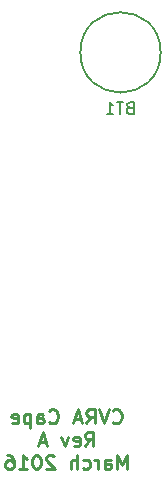
<source format=gbo>
%TF.GenerationSoftware,KiCad,Pcbnew,0.201603031449+6606~43~ubuntu14.04.1-product*%
%TF.CreationDate,2016-03-04T01:12:02+01:00*%
%TF.ProjectId,cvra-cape,637672612D636170652E6B696361645F,A*%
%TF.FileFunction,Legend,Bot*%
%FSLAX46Y46*%
G04 Gerber Fmt 4.6, Leading zero omitted, Abs format (unit mm)*
G04 Created by KiCad (PCBNEW 0.201603031449+6606~43~ubuntu14.04.1-product) date Fri 04 Mar 2016 01:12:02 CET*
%MOMM*%
G01*
G04 APERTURE LIST*
%ADD10C,0.100000*%
%ADD11C,0.250000*%
%ADD12C,0.150000*%
G04 APERTURE END LIST*
D10*
D11*
X159108284Y-101279671D02*
X159165427Y-101336814D01*
X159336856Y-101393957D01*
X159451142Y-101393957D01*
X159622570Y-101336814D01*
X159736856Y-101222529D01*
X159793999Y-101108243D01*
X159851142Y-100879671D01*
X159851142Y-100708243D01*
X159793999Y-100479671D01*
X159736856Y-100365386D01*
X159622570Y-100251100D01*
X159451142Y-100193957D01*
X159336856Y-100193957D01*
X159165427Y-100251100D01*
X159108284Y-100308243D01*
X158765427Y-100193957D02*
X158365427Y-101393957D01*
X157965427Y-100193957D01*
X156879713Y-101393957D02*
X157279713Y-100822529D01*
X157565428Y-101393957D02*
X157565428Y-100193957D01*
X157108285Y-100193957D01*
X156993999Y-100251100D01*
X156936856Y-100308243D01*
X156879713Y-100422529D01*
X156879713Y-100593957D01*
X156936856Y-100708243D01*
X156993999Y-100765386D01*
X157108285Y-100822529D01*
X157565428Y-100822529D01*
X156422571Y-101051100D02*
X155851142Y-101051100D01*
X156536856Y-101393957D02*
X156136856Y-100193957D01*
X155736856Y-101393957D01*
X153736856Y-101279671D02*
X153793999Y-101336814D01*
X153965428Y-101393957D01*
X154079714Y-101393957D01*
X154251142Y-101336814D01*
X154365428Y-101222529D01*
X154422571Y-101108243D01*
X154479714Y-100879671D01*
X154479714Y-100708243D01*
X154422571Y-100479671D01*
X154365428Y-100365386D01*
X154251142Y-100251100D01*
X154079714Y-100193957D01*
X153965428Y-100193957D01*
X153793999Y-100251100D01*
X153736856Y-100308243D01*
X152708285Y-101393957D02*
X152708285Y-100765386D01*
X152765428Y-100651100D01*
X152879714Y-100593957D01*
X153108285Y-100593957D01*
X153222571Y-100651100D01*
X152708285Y-101336814D02*
X152822571Y-101393957D01*
X153108285Y-101393957D01*
X153222571Y-101336814D01*
X153279714Y-101222529D01*
X153279714Y-101108243D01*
X153222571Y-100993957D01*
X153108285Y-100936814D01*
X152822571Y-100936814D01*
X152708285Y-100879671D01*
X152136857Y-100593957D02*
X152136857Y-101793957D01*
X152136857Y-100651100D02*
X152022571Y-100593957D01*
X151794000Y-100593957D01*
X151679714Y-100651100D01*
X151622571Y-100708243D01*
X151565428Y-100822529D01*
X151565428Y-101165386D01*
X151622571Y-101279671D01*
X151679714Y-101336814D01*
X151794000Y-101393957D01*
X152022571Y-101393957D01*
X152136857Y-101336814D01*
X150594000Y-101336814D02*
X150708286Y-101393957D01*
X150936857Y-101393957D01*
X151051143Y-101336814D01*
X151108286Y-101222529D01*
X151108286Y-100765386D01*
X151051143Y-100651100D01*
X150936857Y-100593957D01*
X150708286Y-100593957D01*
X150594000Y-100651100D01*
X150536857Y-100765386D01*
X150536857Y-100879671D01*
X151108286Y-100993957D01*
X156765428Y-103323957D02*
X157165428Y-102752529D01*
X157451143Y-103323957D02*
X157451143Y-102123957D01*
X156994000Y-102123957D01*
X156879714Y-102181100D01*
X156822571Y-102238243D01*
X156765428Y-102352529D01*
X156765428Y-102523957D01*
X156822571Y-102638243D01*
X156879714Y-102695386D01*
X156994000Y-102752529D01*
X157451143Y-102752529D01*
X155794000Y-103266814D02*
X155908286Y-103323957D01*
X156136857Y-103323957D01*
X156251143Y-103266814D01*
X156308286Y-103152529D01*
X156308286Y-102695386D01*
X156251143Y-102581100D01*
X156136857Y-102523957D01*
X155908286Y-102523957D01*
X155794000Y-102581100D01*
X155736857Y-102695386D01*
X155736857Y-102809671D01*
X156308286Y-102923957D01*
X155336857Y-102523957D02*
X155051143Y-103323957D01*
X154765429Y-102523957D01*
X153451143Y-102981100D02*
X152879714Y-102981100D01*
X153565428Y-103323957D02*
X153165428Y-102123957D01*
X152765428Y-103323957D01*
X160308285Y-105253957D02*
X160308285Y-104053957D01*
X159908285Y-104911100D01*
X159508285Y-104053957D01*
X159508285Y-105253957D01*
X158422570Y-105253957D02*
X158422570Y-104625386D01*
X158479713Y-104511100D01*
X158593999Y-104453957D01*
X158822570Y-104453957D01*
X158936856Y-104511100D01*
X158422570Y-105196814D02*
X158536856Y-105253957D01*
X158822570Y-105253957D01*
X158936856Y-105196814D01*
X158993999Y-105082529D01*
X158993999Y-104968243D01*
X158936856Y-104853957D01*
X158822570Y-104796814D01*
X158536856Y-104796814D01*
X158422570Y-104739671D01*
X157851142Y-105253957D02*
X157851142Y-104453957D01*
X157851142Y-104682529D02*
X157793999Y-104568243D01*
X157736856Y-104511100D01*
X157622570Y-104453957D01*
X157508285Y-104453957D01*
X156593999Y-105196814D02*
X156708285Y-105253957D01*
X156936856Y-105253957D01*
X157051142Y-105196814D01*
X157108285Y-105139671D01*
X157165428Y-105025386D01*
X157165428Y-104682529D01*
X157108285Y-104568243D01*
X157051142Y-104511100D01*
X156936856Y-104453957D01*
X156708285Y-104453957D01*
X156593999Y-104511100D01*
X156079714Y-105253957D02*
X156079714Y-104053957D01*
X155565428Y-105253957D02*
X155565428Y-104625386D01*
X155622571Y-104511100D01*
X155736857Y-104453957D01*
X155908285Y-104453957D01*
X156022571Y-104511100D01*
X156079714Y-104568243D01*
X154136857Y-104168243D02*
X154079714Y-104111100D01*
X153965428Y-104053957D01*
X153679714Y-104053957D01*
X153565428Y-104111100D01*
X153508285Y-104168243D01*
X153451142Y-104282529D01*
X153451142Y-104396814D01*
X153508285Y-104568243D01*
X154193999Y-105253957D01*
X153451142Y-105253957D01*
X152708285Y-104053957D02*
X152594000Y-104053957D01*
X152479714Y-104111100D01*
X152422571Y-104168243D01*
X152365428Y-104282529D01*
X152308285Y-104511100D01*
X152308285Y-104796814D01*
X152365428Y-105025386D01*
X152422571Y-105139671D01*
X152479714Y-105196814D01*
X152594000Y-105253957D01*
X152708285Y-105253957D01*
X152822571Y-105196814D01*
X152879714Y-105139671D01*
X152936857Y-105025386D01*
X152994000Y-104796814D01*
X152994000Y-104511100D01*
X152936857Y-104282529D01*
X152879714Y-104168243D01*
X152822571Y-104111100D01*
X152708285Y-104053957D01*
X151165428Y-105253957D02*
X151851143Y-105253957D01*
X151508285Y-105253957D02*
X151508285Y-104053957D01*
X151622571Y-104225386D01*
X151736857Y-104339671D01*
X151851143Y-104396814D01*
X150136857Y-104053957D02*
X150365428Y-104053957D01*
X150479714Y-104111100D01*
X150536857Y-104168243D01*
X150651143Y-104339671D01*
X150708286Y-104568243D01*
X150708286Y-105025386D01*
X150651143Y-105139671D01*
X150594000Y-105196814D01*
X150479714Y-105253957D01*
X150251143Y-105253957D01*
X150136857Y-105196814D01*
X150079714Y-105139671D01*
X150022571Y-105025386D01*
X150022571Y-104739671D01*
X150079714Y-104625386D01*
X150136857Y-104568243D01*
X150251143Y-104511100D01*
X150479714Y-104511100D01*
X150594000Y-104568243D01*
X150651143Y-104625386D01*
X150708286Y-104739671D01*
D12*
X163166000Y-69977000D02*
G75*
G03X163166000Y-69977000I-3400000J0D01*
G01*
X160539014Y-74655371D02*
X160396157Y-74702990D01*
X160348538Y-74750610D01*
X160300919Y-74845848D01*
X160300919Y-74988705D01*
X160348538Y-75083943D01*
X160396157Y-75131562D01*
X160491395Y-75179181D01*
X160872348Y-75179181D01*
X160872348Y-74179181D01*
X160539014Y-74179181D01*
X160443776Y-74226800D01*
X160396157Y-74274419D01*
X160348538Y-74369657D01*
X160348538Y-74464895D01*
X160396157Y-74560133D01*
X160443776Y-74607752D01*
X160539014Y-74655371D01*
X160872348Y-74655371D01*
X160015205Y-74179181D02*
X159443776Y-74179181D01*
X159729491Y-75179181D02*
X159729491Y-74179181D01*
X158586633Y-75179181D02*
X159158062Y-75179181D01*
X158872348Y-75179181D02*
X158872348Y-74179181D01*
X158967586Y-74322038D01*
X159062824Y-74417276D01*
X159158062Y-74464895D01*
M02*

</source>
